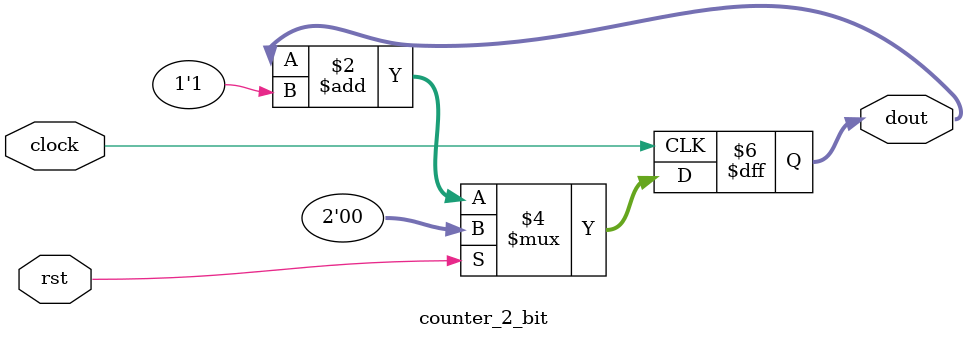
<source format=v>
module counter_2_bit(input rst, clock, output reg[1:0] dout); 
    always@(posedge clock)
        begin 
            if(rst)
                dout <= 2'b0; 
            else 
                dout <= dout + 1'b1; 
        end 
endmodule 
</source>
